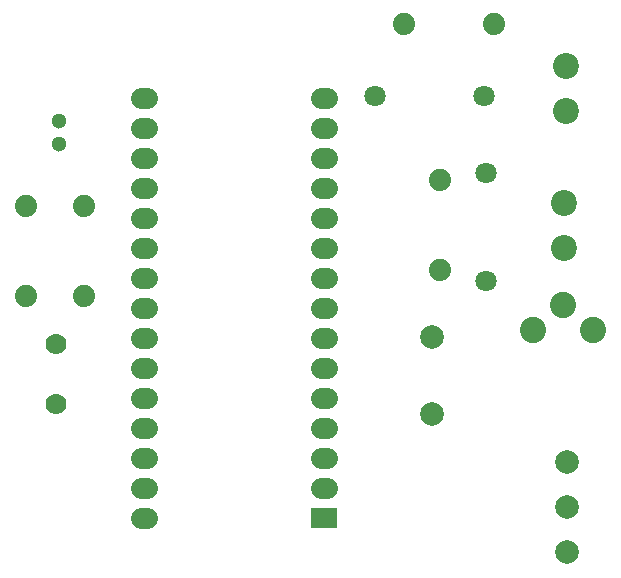
<source format=gtl>
G04 Layer: TopLayer*
G04 EasyEDA v6.4.17, 2021-03-05T14:08:29+01:00*
G04 e79a21ba503147348f05fdbb2aa03285,d81f5713b0f84f0ea64707c539aa2fa5,10*
G04 Gerber Generator version 0.2*
G04 Scale: 100 percent, Rotated: No, Reflected: No *
G04 Dimensions in millimeters *
G04 leading zeros omitted , absolute positions ,4 integer and 5 decimal *
%FSLAX45Y45*%
%MOMM*%

%ADD11C,1.8796*%
%ADD12C,2.2200*%
%ADD13C,1.3000*%
%ADD14C,2.0000*%
%ADD15C,2.2000*%
%ADD16C,1.8000*%
%ADD17R,2.2860X1.7780*%
%ADD18C,1.7780*%

%LPD*%
D11*
G01*
X1714500Y3238500D03*
G01*
X1714500Y4000500D03*
G01*
X4419600Y5537200D03*
G01*
X5181600Y5537200D03*
G01*
X1219200Y3238500D03*
G01*
X1219200Y4000500D03*
G01*
X4724400Y4216400D03*
G01*
X4724400Y3454400D03*
D12*
G01*
X6019800Y2946400D03*
G01*
X5765800Y3162300D03*
G01*
X5511800Y2946400D03*
D13*
G01*
X1498605Y4722809D03*
G01*
X1498605Y4522810D03*
D14*
G01*
X4660900Y2240279D03*
G01*
X4660900Y2890520D03*
D15*
G01*
X5791200Y5181600D03*
G01*
X5791200Y4800600D03*
G01*
X5778500Y4025900D03*
G01*
X5778500Y3644900D03*
D14*
G01*
X5803900Y1828800D03*
G01*
X5803900Y1447800D03*
G01*
X5803900Y1066800D03*
D16*
G01*
X4175506Y4927600D03*
G01*
X5095493Y4927600D03*
G01*
X5118100Y4282694D03*
G01*
X5118100Y3362705D03*
D17*
G01*
X3746500Y1358900D03*
D18*
G01*
X1473200Y2324100D03*
G01*
X1473200Y2832100D03*
X3721100Y1612900D02*
G01*
X3771900Y1612900D01*
X3721100Y1866900D02*
G01*
X3771900Y1866900D01*
X3721100Y2120900D02*
G01*
X3771900Y2120900D01*
X3721100Y2374900D02*
G01*
X3771900Y2374900D01*
X3721100Y2628900D02*
G01*
X3771900Y2628900D01*
X3721100Y2882900D02*
G01*
X3771900Y2882900D01*
X3721100Y3136900D02*
G01*
X3771900Y3136900D01*
X3721100Y3390900D02*
G01*
X3771900Y3390900D01*
X3721100Y3644900D02*
G01*
X3771900Y3644900D01*
X3721100Y3898900D02*
G01*
X3771900Y3898900D01*
X3721100Y4152900D02*
G01*
X3771900Y4152900D01*
X3721100Y4406900D02*
G01*
X3771900Y4406900D01*
X3721100Y4660900D02*
G01*
X3771900Y4660900D01*
X3721100Y4914900D02*
G01*
X3771900Y4914900D01*
X2197100Y1358900D02*
G01*
X2247900Y1358900D01*
X2197100Y1612900D02*
G01*
X2247900Y1612900D01*
X2197100Y1866900D02*
G01*
X2247900Y1866900D01*
X2197100Y2120900D02*
G01*
X2247900Y2120900D01*
X2197100Y2374900D02*
G01*
X2247900Y2374900D01*
X2197100Y2628900D02*
G01*
X2247900Y2628900D01*
X2197100Y2882900D02*
G01*
X2247900Y2882900D01*
X2197100Y3136900D02*
G01*
X2247900Y3136900D01*
X2197100Y3390900D02*
G01*
X2247900Y3390900D01*
X2197100Y3644900D02*
G01*
X2247900Y3644900D01*
X2197100Y3898900D02*
G01*
X2247900Y3898900D01*
X2197100Y4152900D02*
G01*
X2247900Y4152900D01*
X2197100Y4406900D02*
G01*
X2247900Y4406900D01*
X2197100Y4660900D02*
G01*
X2247900Y4660900D01*
X2197100Y4914900D02*
G01*
X2247900Y4914900D01*
M02*

</source>
